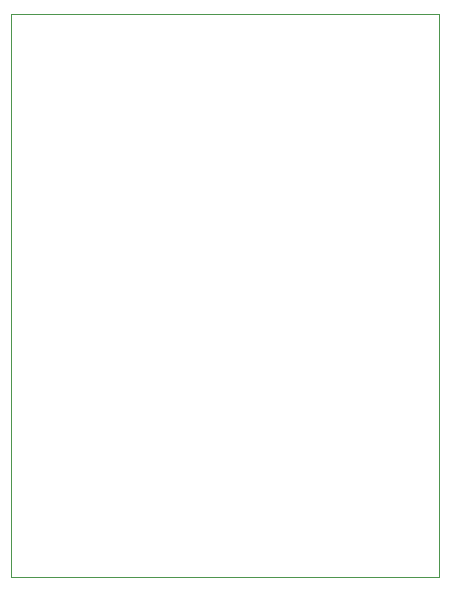
<source format=gbr>
%TF.GenerationSoftware,KiCad,Pcbnew,(5.1.9)-1*%
%TF.CreationDate,2022-08-15T05:54:51+09:00*%
%TF.ProjectId,Receiver,52656365-6976-4657-922e-6b696361645f,rev?*%
%TF.SameCoordinates,Original*%
%TF.FileFunction,Profile,NP*%
%FSLAX46Y46*%
G04 Gerber Fmt 4.6, Leading zero omitted, Abs format (unit mm)*
G04 Created by KiCad (PCBNEW (5.1.9)-1) date 2022-08-15 05:54:51*
%MOMM*%
%LPD*%
G01*
G04 APERTURE LIST*
%TA.AperFunction,Profile*%
%ADD10C,0.050000*%
%TD*%
G04 APERTURE END LIST*
D10*
X117475000Y-104775000D02*
X81280000Y-104775000D01*
X117475000Y-152400000D02*
X117475000Y-104775000D01*
X81280000Y-152400000D02*
X117475000Y-152400000D01*
X81280000Y-104775000D02*
X81280000Y-152400000D01*
M02*

</source>
